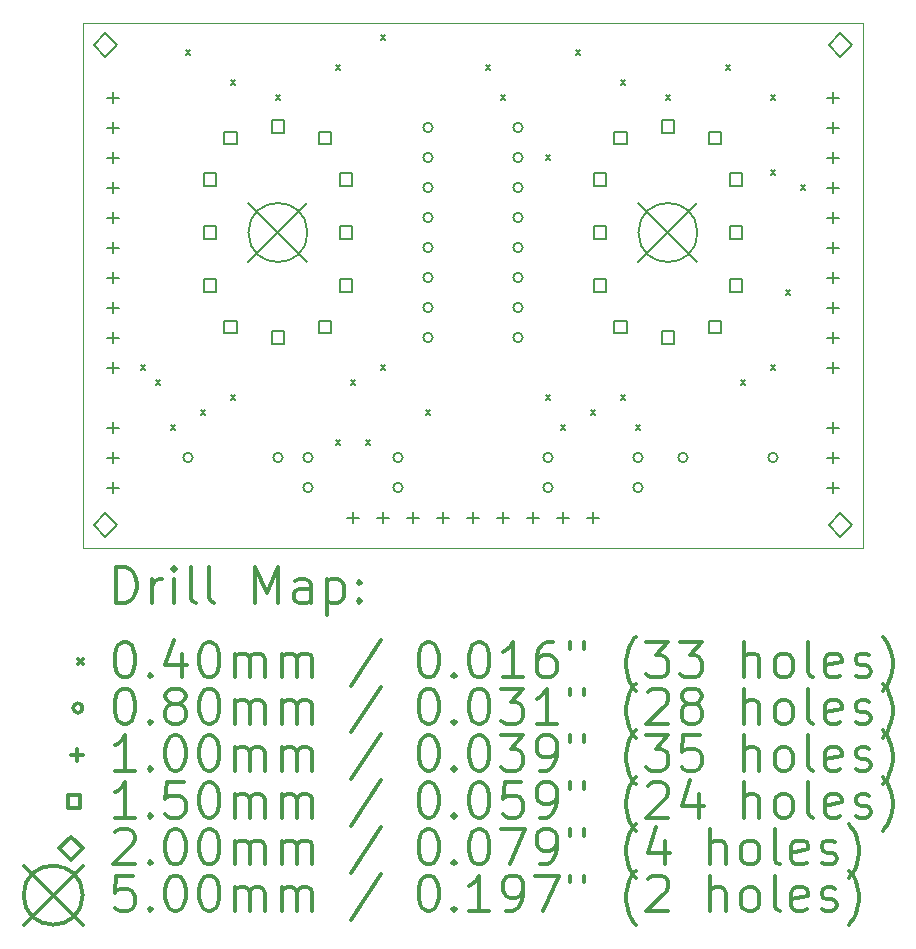
<source format=gbr>
%FSLAX45Y45*%
G04 Gerber Fmt 4.5, Leading zero omitted, Abs format (unit mm)*
G04 Created by KiCad (PCBNEW (5.1.6)-1) date 2021-12-10 20:44:59*
%MOMM*%
%LPD*%
G01*
G04 APERTURE LIST*
%TA.AperFunction,Profile*%
%ADD10C,0.050000*%
%TD*%
%ADD11C,0.200000*%
%ADD12C,0.300000*%
G04 APERTURE END LIST*
D10*
X8128000Y-7366000D02*
X8128000Y-2921000D01*
X14732000Y-7366000D02*
X8128000Y-7366000D01*
X14732000Y-2921000D02*
X14732000Y-7366000D01*
X8128000Y-2921000D02*
X14732000Y-2921000D01*
D11*
X8616000Y-5822000D02*
X8656000Y-5862000D01*
X8656000Y-5822000D02*
X8616000Y-5862000D01*
X8743000Y-5949000D02*
X8783000Y-5989000D01*
X8783000Y-5949000D02*
X8743000Y-5989000D01*
X8870000Y-6330000D02*
X8910000Y-6370000D01*
X8910000Y-6330000D02*
X8870000Y-6370000D01*
X8997000Y-3155000D02*
X9037000Y-3195000D01*
X9037000Y-3155000D02*
X8997000Y-3195000D01*
X9124000Y-6203000D02*
X9164000Y-6243000D01*
X9164000Y-6203000D02*
X9124000Y-6243000D01*
X9378000Y-3409000D02*
X9418000Y-3449000D01*
X9418000Y-3409000D02*
X9378000Y-3449000D01*
X9378000Y-6076000D02*
X9418000Y-6116000D01*
X9418000Y-6076000D02*
X9378000Y-6116000D01*
X9759000Y-3536000D02*
X9799000Y-3576000D01*
X9799000Y-3536000D02*
X9759000Y-3576000D01*
X10267000Y-3282000D02*
X10307000Y-3322000D01*
X10307000Y-3282000D02*
X10267000Y-3322000D01*
X10267000Y-6457000D02*
X10307000Y-6497000D01*
X10307000Y-6457000D02*
X10267000Y-6497000D01*
X10394000Y-5949000D02*
X10434000Y-5989000D01*
X10434000Y-5949000D02*
X10394000Y-5989000D01*
X10521000Y-6457000D02*
X10561000Y-6497000D01*
X10561000Y-6457000D02*
X10521000Y-6497000D01*
X10648000Y-3028000D02*
X10688000Y-3068000D01*
X10688000Y-3028000D02*
X10648000Y-3068000D01*
X10648000Y-5822000D02*
X10688000Y-5862000D01*
X10688000Y-5822000D02*
X10648000Y-5862000D01*
X11029000Y-6203000D02*
X11069000Y-6243000D01*
X11069000Y-6203000D02*
X11029000Y-6243000D01*
X11537000Y-3282000D02*
X11577000Y-3322000D01*
X11577000Y-3282000D02*
X11537000Y-3322000D01*
X11664000Y-3536000D02*
X11704000Y-3576000D01*
X11704000Y-3536000D02*
X11664000Y-3576000D01*
X12045000Y-4044000D02*
X12085000Y-4084000D01*
X12085000Y-4044000D02*
X12045000Y-4084000D01*
X12045000Y-6076000D02*
X12085000Y-6116000D01*
X12085000Y-6076000D02*
X12045000Y-6116000D01*
X12172000Y-6330000D02*
X12212000Y-6370000D01*
X12212000Y-6330000D02*
X12172000Y-6370000D01*
X12299000Y-3155000D02*
X12339000Y-3195000D01*
X12339000Y-3155000D02*
X12299000Y-3195000D01*
X12426000Y-6203000D02*
X12466000Y-6243000D01*
X12466000Y-6203000D02*
X12426000Y-6243000D01*
X12680000Y-3409000D02*
X12720000Y-3449000D01*
X12720000Y-3409000D02*
X12680000Y-3449000D01*
X12680000Y-6076000D02*
X12720000Y-6116000D01*
X12720000Y-6076000D02*
X12680000Y-6116000D01*
X12807000Y-6330000D02*
X12847000Y-6370000D01*
X12847000Y-6330000D02*
X12807000Y-6370000D01*
X13061000Y-3536000D02*
X13101000Y-3576000D01*
X13101000Y-3536000D02*
X13061000Y-3576000D01*
X13569000Y-3282000D02*
X13609000Y-3322000D01*
X13609000Y-3282000D02*
X13569000Y-3322000D01*
X13696000Y-5949000D02*
X13736000Y-5989000D01*
X13736000Y-5949000D02*
X13696000Y-5989000D01*
X13950000Y-3536000D02*
X13990000Y-3576000D01*
X13990000Y-3536000D02*
X13950000Y-3576000D01*
X13950000Y-4171000D02*
X13990000Y-4211000D01*
X13990000Y-4171000D02*
X13950000Y-4211000D01*
X13950000Y-5822000D02*
X13990000Y-5862000D01*
X13990000Y-5822000D02*
X13950000Y-5862000D01*
X14077000Y-5187000D02*
X14117000Y-5227000D01*
X14117000Y-5187000D02*
X14077000Y-5227000D01*
X14204000Y-4298000D02*
X14244000Y-4338000D01*
X14244000Y-4298000D02*
X14204000Y-4338000D01*
X11089000Y-3810000D02*
G75*
G03*
X11089000Y-3810000I-40000J0D01*
G01*
X11089000Y-4064000D02*
G75*
G03*
X11089000Y-4064000I-40000J0D01*
G01*
X11089000Y-4318000D02*
G75*
G03*
X11089000Y-4318000I-40000J0D01*
G01*
X11089000Y-4572000D02*
G75*
G03*
X11089000Y-4572000I-40000J0D01*
G01*
X11089000Y-4826000D02*
G75*
G03*
X11089000Y-4826000I-40000J0D01*
G01*
X11089000Y-5080000D02*
G75*
G03*
X11089000Y-5080000I-40000J0D01*
G01*
X11089000Y-5334000D02*
G75*
G03*
X11089000Y-5334000I-40000J0D01*
G01*
X11089000Y-5588000D02*
G75*
G03*
X11089000Y-5588000I-40000J0D01*
G01*
X11851000Y-3810000D02*
G75*
G03*
X11851000Y-3810000I-40000J0D01*
G01*
X11851000Y-4064000D02*
G75*
G03*
X11851000Y-4064000I-40000J0D01*
G01*
X11851000Y-4318000D02*
G75*
G03*
X11851000Y-4318000I-40000J0D01*
G01*
X11851000Y-4572000D02*
G75*
G03*
X11851000Y-4572000I-40000J0D01*
G01*
X11851000Y-4826000D02*
G75*
G03*
X11851000Y-4826000I-40000J0D01*
G01*
X11851000Y-5080000D02*
G75*
G03*
X11851000Y-5080000I-40000J0D01*
G01*
X11851000Y-5334000D02*
G75*
G03*
X11851000Y-5334000I-40000J0D01*
G01*
X11851000Y-5588000D02*
G75*
G03*
X11851000Y-5588000I-40000J0D01*
G01*
X9057000Y-6604000D02*
G75*
G03*
X9057000Y-6604000I-40000J0D01*
G01*
X9819000Y-6604000D02*
G75*
G03*
X9819000Y-6604000I-40000J0D01*
G01*
X12105000Y-6604000D02*
G75*
G03*
X12105000Y-6604000I-40000J0D01*
G01*
X12105000Y-6858000D02*
G75*
G03*
X12105000Y-6858000I-40000J0D01*
G01*
X12867000Y-6604000D02*
G75*
G03*
X12867000Y-6604000I-40000J0D01*
G01*
X12867000Y-6858000D02*
G75*
G03*
X12867000Y-6858000I-40000J0D01*
G01*
X13248000Y-6604000D02*
G75*
G03*
X13248000Y-6604000I-40000J0D01*
G01*
X14010000Y-6604000D02*
G75*
G03*
X14010000Y-6604000I-40000J0D01*
G01*
X10073000Y-6604000D02*
G75*
G03*
X10073000Y-6604000I-40000J0D01*
G01*
X10073000Y-6858000D02*
G75*
G03*
X10073000Y-6858000I-40000J0D01*
G01*
X10835000Y-6604000D02*
G75*
G03*
X10835000Y-6604000I-40000J0D01*
G01*
X10835000Y-6858000D02*
G75*
G03*
X10835000Y-6858000I-40000J0D01*
G01*
X8382000Y-6300000D02*
X8382000Y-6400000D01*
X8332000Y-6350000D02*
X8432000Y-6350000D01*
X8382000Y-6554000D02*
X8382000Y-6654000D01*
X8332000Y-6604000D02*
X8432000Y-6604000D01*
X8382000Y-6808000D02*
X8382000Y-6908000D01*
X8332000Y-6858000D02*
X8432000Y-6858000D01*
X14478000Y-3506000D02*
X14478000Y-3606000D01*
X14428000Y-3556000D02*
X14528000Y-3556000D01*
X14478000Y-3760000D02*
X14478000Y-3860000D01*
X14428000Y-3810000D02*
X14528000Y-3810000D01*
X14478000Y-4014000D02*
X14478000Y-4114000D01*
X14428000Y-4064000D02*
X14528000Y-4064000D01*
X14478000Y-4268000D02*
X14478000Y-4368000D01*
X14428000Y-4318000D02*
X14528000Y-4318000D01*
X14478000Y-4522000D02*
X14478000Y-4622000D01*
X14428000Y-4572000D02*
X14528000Y-4572000D01*
X14478000Y-4776000D02*
X14478000Y-4876000D01*
X14428000Y-4826000D02*
X14528000Y-4826000D01*
X14478000Y-5030000D02*
X14478000Y-5130000D01*
X14428000Y-5080000D02*
X14528000Y-5080000D01*
X14478000Y-5284000D02*
X14478000Y-5384000D01*
X14428000Y-5334000D02*
X14528000Y-5334000D01*
X14478000Y-5538000D02*
X14478000Y-5638000D01*
X14428000Y-5588000D02*
X14528000Y-5588000D01*
X14478000Y-5792000D02*
X14478000Y-5892000D01*
X14428000Y-5842000D02*
X14528000Y-5842000D01*
X8382000Y-3506000D02*
X8382000Y-3606000D01*
X8332000Y-3556000D02*
X8432000Y-3556000D01*
X8382000Y-3760000D02*
X8382000Y-3860000D01*
X8332000Y-3810000D02*
X8432000Y-3810000D01*
X8382000Y-4014000D02*
X8382000Y-4114000D01*
X8332000Y-4064000D02*
X8432000Y-4064000D01*
X8382000Y-4268000D02*
X8382000Y-4368000D01*
X8332000Y-4318000D02*
X8432000Y-4318000D01*
X8382000Y-4522000D02*
X8382000Y-4622000D01*
X8332000Y-4572000D02*
X8432000Y-4572000D01*
X8382000Y-4776000D02*
X8382000Y-4876000D01*
X8332000Y-4826000D02*
X8432000Y-4826000D01*
X8382000Y-5030000D02*
X8382000Y-5130000D01*
X8332000Y-5080000D02*
X8432000Y-5080000D01*
X8382000Y-5284000D02*
X8382000Y-5384000D01*
X8332000Y-5334000D02*
X8432000Y-5334000D01*
X8382000Y-5538000D02*
X8382000Y-5638000D01*
X8332000Y-5588000D02*
X8432000Y-5588000D01*
X8382000Y-5792000D02*
X8382000Y-5892000D01*
X8332000Y-5842000D02*
X8432000Y-5842000D01*
X14478000Y-6300000D02*
X14478000Y-6400000D01*
X14428000Y-6350000D02*
X14528000Y-6350000D01*
X14478000Y-6554000D02*
X14478000Y-6654000D01*
X14428000Y-6604000D02*
X14528000Y-6604000D01*
X14478000Y-6808000D02*
X14478000Y-6908000D01*
X14428000Y-6858000D02*
X14528000Y-6858000D01*
X10414000Y-7062000D02*
X10414000Y-7162000D01*
X10364000Y-7112000D02*
X10464000Y-7112000D01*
X10668000Y-7062000D02*
X10668000Y-7162000D01*
X10618000Y-7112000D02*
X10718000Y-7112000D01*
X10922000Y-7062000D02*
X10922000Y-7162000D01*
X10872000Y-7112000D02*
X10972000Y-7112000D01*
X11176000Y-7062000D02*
X11176000Y-7162000D01*
X11126000Y-7112000D02*
X11226000Y-7112000D01*
X11430000Y-7062000D02*
X11430000Y-7162000D01*
X11380000Y-7112000D02*
X11480000Y-7112000D01*
X11684000Y-7062000D02*
X11684000Y-7162000D01*
X11634000Y-7112000D02*
X11734000Y-7112000D01*
X11938000Y-7062000D02*
X11938000Y-7162000D01*
X11888000Y-7112000D02*
X11988000Y-7112000D01*
X12192000Y-7062000D02*
X12192000Y-7162000D01*
X12142000Y-7112000D02*
X12242000Y-7112000D01*
X12446000Y-7062000D02*
X12446000Y-7162000D01*
X12396000Y-7112000D02*
X12496000Y-7112000D01*
X12559033Y-4302034D02*
X12559033Y-4195967D01*
X12452966Y-4195967D01*
X12452966Y-4302034D01*
X12559033Y-4302034D01*
X12559033Y-4752034D02*
X12559033Y-4645967D01*
X12452966Y-4645967D01*
X12452966Y-4752034D01*
X12559033Y-4752034D01*
X12559033Y-5202034D02*
X12559033Y-5095967D01*
X12452966Y-5095967D01*
X12452966Y-5202034D01*
X12559033Y-5202034D01*
X12734033Y-3952033D02*
X12734033Y-3845966D01*
X12627966Y-3845966D01*
X12627966Y-3952033D01*
X12734033Y-3952033D01*
X12734033Y-5552034D02*
X12734033Y-5445967D01*
X12627966Y-5445967D01*
X12627966Y-5552034D01*
X12734033Y-5552034D01*
X13134033Y-3852033D02*
X13134033Y-3745966D01*
X13027966Y-3745966D01*
X13027966Y-3852033D01*
X13134033Y-3852033D01*
X13134033Y-5641033D02*
X13134033Y-5534967D01*
X13027966Y-5534967D01*
X13027966Y-5641033D01*
X13134033Y-5641033D01*
X13534033Y-3952033D02*
X13534033Y-3845966D01*
X13427966Y-3845966D01*
X13427966Y-3952033D01*
X13534033Y-3952033D01*
X13534033Y-5552034D02*
X13534033Y-5445967D01*
X13427966Y-5445967D01*
X13427966Y-5552034D01*
X13534033Y-5552034D01*
X13709033Y-4302034D02*
X13709033Y-4195967D01*
X13602966Y-4195967D01*
X13602966Y-4302034D01*
X13709033Y-4302034D01*
X13709033Y-4752034D02*
X13709033Y-4645967D01*
X13602966Y-4645967D01*
X13602966Y-4752034D01*
X13709033Y-4752034D01*
X13709033Y-5202034D02*
X13709033Y-5095967D01*
X13602966Y-5095967D01*
X13602966Y-5202034D01*
X13709033Y-5202034D01*
X9257034Y-4302034D02*
X9257034Y-4195967D01*
X9150967Y-4195967D01*
X9150967Y-4302034D01*
X9257034Y-4302034D01*
X9257034Y-4752034D02*
X9257034Y-4645967D01*
X9150967Y-4645967D01*
X9150967Y-4752034D01*
X9257034Y-4752034D01*
X9257034Y-5202034D02*
X9257034Y-5095967D01*
X9150967Y-5095967D01*
X9150967Y-5202034D01*
X9257034Y-5202034D01*
X9432034Y-3952033D02*
X9432034Y-3845966D01*
X9325967Y-3845966D01*
X9325967Y-3952033D01*
X9432034Y-3952033D01*
X9432034Y-5552034D02*
X9432034Y-5445967D01*
X9325967Y-5445967D01*
X9325967Y-5552034D01*
X9432034Y-5552034D01*
X9832034Y-3852033D02*
X9832034Y-3745966D01*
X9725967Y-3745966D01*
X9725967Y-3852033D01*
X9832034Y-3852033D01*
X9832034Y-5641033D02*
X9832034Y-5534967D01*
X9725967Y-5534967D01*
X9725967Y-5641033D01*
X9832034Y-5641033D01*
X10232034Y-3952033D02*
X10232034Y-3845966D01*
X10125967Y-3845966D01*
X10125967Y-3952033D01*
X10232034Y-3952033D01*
X10232034Y-5552034D02*
X10232034Y-5445967D01*
X10125967Y-5445967D01*
X10125967Y-5552034D01*
X10232034Y-5552034D01*
X10407034Y-4302034D02*
X10407034Y-4195967D01*
X10300967Y-4195967D01*
X10300967Y-4302034D01*
X10407034Y-4302034D01*
X10407034Y-4752034D02*
X10407034Y-4645967D01*
X10300967Y-4645967D01*
X10300967Y-4752034D01*
X10407034Y-4752034D01*
X10407034Y-5202034D02*
X10407034Y-5095967D01*
X10300967Y-5095967D01*
X10300967Y-5202034D01*
X10407034Y-5202034D01*
X8318500Y-3211500D02*
X8418500Y-3111500D01*
X8318500Y-3011500D01*
X8218500Y-3111500D01*
X8318500Y-3211500D01*
X14541500Y-3211500D02*
X14641500Y-3111500D01*
X14541500Y-3011500D01*
X14441500Y-3111500D01*
X14541500Y-3211500D01*
X8318500Y-7275500D02*
X8418500Y-7175500D01*
X8318500Y-7075500D01*
X8218500Y-7175500D01*
X8318500Y-7275500D01*
X14541500Y-7275500D02*
X14641500Y-7175500D01*
X14541500Y-7075500D01*
X14441500Y-7175500D01*
X14541500Y-7275500D01*
X12831000Y-4449000D02*
X13331000Y-4949000D01*
X13331000Y-4449000D02*
X12831000Y-4949000D01*
X13331000Y-4699000D02*
G75*
G03*
X13331000Y-4699000I-250000J0D01*
G01*
X9529000Y-4449000D02*
X10029000Y-4949000D01*
X10029000Y-4449000D02*
X9529000Y-4949000D01*
X10029000Y-4699000D02*
G75*
G03*
X10029000Y-4699000I-250000J0D01*
G01*
D12*
X8411928Y-7834214D02*
X8411928Y-7534214D01*
X8483357Y-7534214D01*
X8526214Y-7548500D01*
X8554786Y-7577071D01*
X8569071Y-7605643D01*
X8583357Y-7662786D01*
X8583357Y-7705643D01*
X8569071Y-7762786D01*
X8554786Y-7791357D01*
X8526214Y-7819929D01*
X8483357Y-7834214D01*
X8411928Y-7834214D01*
X8711928Y-7834214D02*
X8711928Y-7634214D01*
X8711928Y-7691357D02*
X8726214Y-7662786D01*
X8740500Y-7648500D01*
X8769071Y-7634214D01*
X8797643Y-7634214D01*
X8897643Y-7834214D02*
X8897643Y-7634214D01*
X8897643Y-7534214D02*
X8883357Y-7548500D01*
X8897643Y-7562786D01*
X8911928Y-7548500D01*
X8897643Y-7534214D01*
X8897643Y-7562786D01*
X9083357Y-7834214D02*
X9054786Y-7819929D01*
X9040500Y-7791357D01*
X9040500Y-7534214D01*
X9240500Y-7834214D02*
X9211928Y-7819929D01*
X9197643Y-7791357D01*
X9197643Y-7534214D01*
X9583357Y-7834214D02*
X9583357Y-7534214D01*
X9683357Y-7748500D01*
X9783357Y-7534214D01*
X9783357Y-7834214D01*
X10054786Y-7834214D02*
X10054786Y-7677071D01*
X10040500Y-7648500D01*
X10011928Y-7634214D01*
X9954786Y-7634214D01*
X9926214Y-7648500D01*
X10054786Y-7819929D02*
X10026214Y-7834214D01*
X9954786Y-7834214D01*
X9926214Y-7819929D01*
X9911928Y-7791357D01*
X9911928Y-7762786D01*
X9926214Y-7734214D01*
X9954786Y-7719929D01*
X10026214Y-7719929D01*
X10054786Y-7705643D01*
X10197643Y-7634214D02*
X10197643Y-7934214D01*
X10197643Y-7648500D02*
X10226214Y-7634214D01*
X10283357Y-7634214D01*
X10311928Y-7648500D01*
X10326214Y-7662786D01*
X10340500Y-7691357D01*
X10340500Y-7777071D01*
X10326214Y-7805643D01*
X10311928Y-7819929D01*
X10283357Y-7834214D01*
X10226214Y-7834214D01*
X10197643Y-7819929D01*
X10469071Y-7805643D02*
X10483357Y-7819929D01*
X10469071Y-7834214D01*
X10454786Y-7819929D01*
X10469071Y-7805643D01*
X10469071Y-7834214D01*
X10469071Y-7648500D02*
X10483357Y-7662786D01*
X10469071Y-7677071D01*
X10454786Y-7662786D01*
X10469071Y-7648500D01*
X10469071Y-7677071D01*
X8085500Y-8308500D02*
X8125500Y-8348500D01*
X8125500Y-8308500D02*
X8085500Y-8348500D01*
X8469071Y-8164214D02*
X8497643Y-8164214D01*
X8526214Y-8178500D01*
X8540500Y-8192786D01*
X8554786Y-8221357D01*
X8569071Y-8278500D01*
X8569071Y-8349929D01*
X8554786Y-8407072D01*
X8540500Y-8435643D01*
X8526214Y-8449929D01*
X8497643Y-8464214D01*
X8469071Y-8464214D01*
X8440500Y-8449929D01*
X8426214Y-8435643D01*
X8411928Y-8407072D01*
X8397643Y-8349929D01*
X8397643Y-8278500D01*
X8411928Y-8221357D01*
X8426214Y-8192786D01*
X8440500Y-8178500D01*
X8469071Y-8164214D01*
X8697643Y-8435643D02*
X8711928Y-8449929D01*
X8697643Y-8464214D01*
X8683357Y-8449929D01*
X8697643Y-8435643D01*
X8697643Y-8464214D01*
X8969071Y-8264214D02*
X8969071Y-8464214D01*
X8897643Y-8149929D02*
X8826214Y-8364214D01*
X9011928Y-8364214D01*
X9183357Y-8164214D02*
X9211928Y-8164214D01*
X9240500Y-8178500D01*
X9254786Y-8192786D01*
X9269071Y-8221357D01*
X9283357Y-8278500D01*
X9283357Y-8349929D01*
X9269071Y-8407072D01*
X9254786Y-8435643D01*
X9240500Y-8449929D01*
X9211928Y-8464214D01*
X9183357Y-8464214D01*
X9154786Y-8449929D01*
X9140500Y-8435643D01*
X9126214Y-8407072D01*
X9111928Y-8349929D01*
X9111928Y-8278500D01*
X9126214Y-8221357D01*
X9140500Y-8192786D01*
X9154786Y-8178500D01*
X9183357Y-8164214D01*
X9411928Y-8464214D02*
X9411928Y-8264214D01*
X9411928Y-8292786D02*
X9426214Y-8278500D01*
X9454786Y-8264214D01*
X9497643Y-8264214D01*
X9526214Y-8278500D01*
X9540500Y-8307071D01*
X9540500Y-8464214D01*
X9540500Y-8307071D02*
X9554786Y-8278500D01*
X9583357Y-8264214D01*
X9626214Y-8264214D01*
X9654786Y-8278500D01*
X9669071Y-8307071D01*
X9669071Y-8464214D01*
X9811928Y-8464214D02*
X9811928Y-8264214D01*
X9811928Y-8292786D02*
X9826214Y-8278500D01*
X9854786Y-8264214D01*
X9897643Y-8264214D01*
X9926214Y-8278500D01*
X9940500Y-8307071D01*
X9940500Y-8464214D01*
X9940500Y-8307071D02*
X9954786Y-8278500D01*
X9983357Y-8264214D01*
X10026214Y-8264214D01*
X10054786Y-8278500D01*
X10069071Y-8307071D01*
X10069071Y-8464214D01*
X10654786Y-8149929D02*
X10397643Y-8535643D01*
X11040500Y-8164214D02*
X11069071Y-8164214D01*
X11097643Y-8178500D01*
X11111928Y-8192786D01*
X11126214Y-8221357D01*
X11140500Y-8278500D01*
X11140500Y-8349929D01*
X11126214Y-8407072D01*
X11111928Y-8435643D01*
X11097643Y-8449929D01*
X11069071Y-8464214D01*
X11040500Y-8464214D01*
X11011928Y-8449929D01*
X10997643Y-8435643D01*
X10983357Y-8407072D01*
X10969071Y-8349929D01*
X10969071Y-8278500D01*
X10983357Y-8221357D01*
X10997643Y-8192786D01*
X11011928Y-8178500D01*
X11040500Y-8164214D01*
X11269071Y-8435643D02*
X11283357Y-8449929D01*
X11269071Y-8464214D01*
X11254786Y-8449929D01*
X11269071Y-8435643D01*
X11269071Y-8464214D01*
X11469071Y-8164214D02*
X11497643Y-8164214D01*
X11526214Y-8178500D01*
X11540500Y-8192786D01*
X11554786Y-8221357D01*
X11569071Y-8278500D01*
X11569071Y-8349929D01*
X11554786Y-8407072D01*
X11540500Y-8435643D01*
X11526214Y-8449929D01*
X11497643Y-8464214D01*
X11469071Y-8464214D01*
X11440500Y-8449929D01*
X11426214Y-8435643D01*
X11411928Y-8407072D01*
X11397643Y-8349929D01*
X11397643Y-8278500D01*
X11411928Y-8221357D01*
X11426214Y-8192786D01*
X11440500Y-8178500D01*
X11469071Y-8164214D01*
X11854786Y-8464214D02*
X11683357Y-8464214D01*
X11769071Y-8464214D02*
X11769071Y-8164214D01*
X11740500Y-8207071D01*
X11711928Y-8235643D01*
X11683357Y-8249929D01*
X12111928Y-8164214D02*
X12054786Y-8164214D01*
X12026214Y-8178500D01*
X12011928Y-8192786D01*
X11983357Y-8235643D01*
X11969071Y-8292786D01*
X11969071Y-8407072D01*
X11983357Y-8435643D01*
X11997643Y-8449929D01*
X12026214Y-8464214D01*
X12083357Y-8464214D01*
X12111928Y-8449929D01*
X12126214Y-8435643D01*
X12140500Y-8407072D01*
X12140500Y-8335643D01*
X12126214Y-8307071D01*
X12111928Y-8292786D01*
X12083357Y-8278500D01*
X12026214Y-8278500D01*
X11997643Y-8292786D01*
X11983357Y-8307071D01*
X11969071Y-8335643D01*
X12254786Y-8164214D02*
X12254786Y-8221357D01*
X12369071Y-8164214D02*
X12369071Y-8221357D01*
X12811928Y-8578500D02*
X12797643Y-8564214D01*
X12769071Y-8521357D01*
X12754786Y-8492786D01*
X12740500Y-8449929D01*
X12726214Y-8378500D01*
X12726214Y-8321357D01*
X12740500Y-8249929D01*
X12754786Y-8207071D01*
X12769071Y-8178500D01*
X12797643Y-8135643D01*
X12811928Y-8121357D01*
X12897643Y-8164214D02*
X13083357Y-8164214D01*
X12983357Y-8278500D01*
X13026214Y-8278500D01*
X13054786Y-8292786D01*
X13069071Y-8307071D01*
X13083357Y-8335643D01*
X13083357Y-8407072D01*
X13069071Y-8435643D01*
X13054786Y-8449929D01*
X13026214Y-8464214D01*
X12940500Y-8464214D01*
X12911928Y-8449929D01*
X12897643Y-8435643D01*
X13183357Y-8164214D02*
X13369071Y-8164214D01*
X13269071Y-8278500D01*
X13311928Y-8278500D01*
X13340500Y-8292786D01*
X13354786Y-8307071D01*
X13369071Y-8335643D01*
X13369071Y-8407072D01*
X13354786Y-8435643D01*
X13340500Y-8449929D01*
X13311928Y-8464214D01*
X13226214Y-8464214D01*
X13197643Y-8449929D01*
X13183357Y-8435643D01*
X13726214Y-8464214D02*
X13726214Y-8164214D01*
X13854786Y-8464214D02*
X13854786Y-8307071D01*
X13840500Y-8278500D01*
X13811928Y-8264214D01*
X13769071Y-8264214D01*
X13740500Y-8278500D01*
X13726214Y-8292786D01*
X14040500Y-8464214D02*
X14011928Y-8449929D01*
X13997643Y-8435643D01*
X13983357Y-8407072D01*
X13983357Y-8321357D01*
X13997643Y-8292786D01*
X14011928Y-8278500D01*
X14040500Y-8264214D01*
X14083357Y-8264214D01*
X14111928Y-8278500D01*
X14126214Y-8292786D01*
X14140500Y-8321357D01*
X14140500Y-8407072D01*
X14126214Y-8435643D01*
X14111928Y-8449929D01*
X14083357Y-8464214D01*
X14040500Y-8464214D01*
X14311928Y-8464214D02*
X14283357Y-8449929D01*
X14269071Y-8421357D01*
X14269071Y-8164214D01*
X14540500Y-8449929D02*
X14511928Y-8464214D01*
X14454786Y-8464214D01*
X14426214Y-8449929D01*
X14411928Y-8421357D01*
X14411928Y-8307071D01*
X14426214Y-8278500D01*
X14454786Y-8264214D01*
X14511928Y-8264214D01*
X14540500Y-8278500D01*
X14554786Y-8307071D01*
X14554786Y-8335643D01*
X14411928Y-8364214D01*
X14669071Y-8449929D02*
X14697643Y-8464214D01*
X14754786Y-8464214D01*
X14783357Y-8449929D01*
X14797643Y-8421357D01*
X14797643Y-8407072D01*
X14783357Y-8378500D01*
X14754786Y-8364214D01*
X14711928Y-8364214D01*
X14683357Y-8349929D01*
X14669071Y-8321357D01*
X14669071Y-8307071D01*
X14683357Y-8278500D01*
X14711928Y-8264214D01*
X14754786Y-8264214D01*
X14783357Y-8278500D01*
X14897643Y-8578500D02*
X14911928Y-8564214D01*
X14940500Y-8521357D01*
X14954786Y-8492786D01*
X14969071Y-8449929D01*
X14983357Y-8378500D01*
X14983357Y-8321357D01*
X14969071Y-8249929D01*
X14954786Y-8207071D01*
X14940500Y-8178500D01*
X14911928Y-8135643D01*
X14897643Y-8121357D01*
X8125500Y-8724500D02*
G75*
G03*
X8125500Y-8724500I-40000J0D01*
G01*
X8469071Y-8560214D02*
X8497643Y-8560214D01*
X8526214Y-8574500D01*
X8540500Y-8588786D01*
X8554786Y-8617357D01*
X8569071Y-8674500D01*
X8569071Y-8745929D01*
X8554786Y-8803072D01*
X8540500Y-8831643D01*
X8526214Y-8845929D01*
X8497643Y-8860214D01*
X8469071Y-8860214D01*
X8440500Y-8845929D01*
X8426214Y-8831643D01*
X8411928Y-8803072D01*
X8397643Y-8745929D01*
X8397643Y-8674500D01*
X8411928Y-8617357D01*
X8426214Y-8588786D01*
X8440500Y-8574500D01*
X8469071Y-8560214D01*
X8697643Y-8831643D02*
X8711928Y-8845929D01*
X8697643Y-8860214D01*
X8683357Y-8845929D01*
X8697643Y-8831643D01*
X8697643Y-8860214D01*
X8883357Y-8688786D02*
X8854786Y-8674500D01*
X8840500Y-8660214D01*
X8826214Y-8631643D01*
X8826214Y-8617357D01*
X8840500Y-8588786D01*
X8854786Y-8574500D01*
X8883357Y-8560214D01*
X8940500Y-8560214D01*
X8969071Y-8574500D01*
X8983357Y-8588786D01*
X8997643Y-8617357D01*
X8997643Y-8631643D01*
X8983357Y-8660214D01*
X8969071Y-8674500D01*
X8940500Y-8688786D01*
X8883357Y-8688786D01*
X8854786Y-8703072D01*
X8840500Y-8717357D01*
X8826214Y-8745929D01*
X8826214Y-8803072D01*
X8840500Y-8831643D01*
X8854786Y-8845929D01*
X8883357Y-8860214D01*
X8940500Y-8860214D01*
X8969071Y-8845929D01*
X8983357Y-8831643D01*
X8997643Y-8803072D01*
X8997643Y-8745929D01*
X8983357Y-8717357D01*
X8969071Y-8703072D01*
X8940500Y-8688786D01*
X9183357Y-8560214D02*
X9211928Y-8560214D01*
X9240500Y-8574500D01*
X9254786Y-8588786D01*
X9269071Y-8617357D01*
X9283357Y-8674500D01*
X9283357Y-8745929D01*
X9269071Y-8803072D01*
X9254786Y-8831643D01*
X9240500Y-8845929D01*
X9211928Y-8860214D01*
X9183357Y-8860214D01*
X9154786Y-8845929D01*
X9140500Y-8831643D01*
X9126214Y-8803072D01*
X9111928Y-8745929D01*
X9111928Y-8674500D01*
X9126214Y-8617357D01*
X9140500Y-8588786D01*
X9154786Y-8574500D01*
X9183357Y-8560214D01*
X9411928Y-8860214D02*
X9411928Y-8660214D01*
X9411928Y-8688786D02*
X9426214Y-8674500D01*
X9454786Y-8660214D01*
X9497643Y-8660214D01*
X9526214Y-8674500D01*
X9540500Y-8703072D01*
X9540500Y-8860214D01*
X9540500Y-8703072D02*
X9554786Y-8674500D01*
X9583357Y-8660214D01*
X9626214Y-8660214D01*
X9654786Y-8674500D01*
X9669071Y-8703072D01*
X9669071Y-8860214D01*
X9811928Y-8860214D02*
X9811928Y-8660214D01*
X9811928Y-8688786D02*
X9826214Y-8674500D01*
X9854786Y-8660214D01*
X9897643Y-8660214D01*
X9926214Y-8674500D01*
X9940500Y-8703072D01*
X9940500Y-8860214D01*
X9940500Y-8703072D02*
X9954786Y-8674500D01*
X9983357Y-8660214D01*
X10026214Y-8660214D01*
X10054786Y-8674500D01*
X10069071Y-8703072D01*
X10069071Y-8860214D01*
X10654786Y-8545929D02*
X10397643Y-8931643D01*
X11040500Y-8560214D02*
X11069071Y-8560214D01*
X11097643Y-8574500D01*
X11111928Y-8588786D01*
X11126214Y-8617357D01*
X11140500Y-8674500D01*
X11140500Y-8745929D01*
X11126214Y-8803072D01*
X11111928Y-8831643D01*
X11097643Y-8845929D01*
X11069071Y-8860214D01*
X11040500Y-8860214D01*
X11011928Y-8845929D01*
X10997643Y-8831643D01*
X10983357Y-8803072D01*
X10969071Y-8745929D01*
X10969071Y-8674500D01*
X10983357Y-8617357D01*
X10997643Y-8588786D01*
X11011928Y-8574500D01*
X11040500Y-8560214D01*
X11269071Y-8831643D02*
X11283357Y-8845929D01*
X11269071Y-8860214D01*
X11254786Y-8845929D01*
X11269071Y-8831643D01*
X11269071Y-8860214D01*
X11469071Y-8560214D02*
X11497643Y-8560214D01*
X11526214Y-8574500D01*
X11540500Y-8588786D01*
X11554786Y-8617357D01*
X11569071Y-8674500D01*
X11569071Y-8745929D01*
X11554786Y-8803072D01*
X11540500Y-8831643D01*
X11526214Y-8845929D01*
X11497643Y-8860214D01*
X11469071Y-8860214D01*
X11440500Y-8845929D01*
X11426214Y-8831643D01*
X11411928Y-8803072D01*
X11397643Y-8745929D01*
X11397643Y-8674500D01*
X11411928Y-8617357D01*
X11426214Y-8588786D01*
X11440500Y-8574500D01*
X11469071Y-8560214D01*
X11669071Y-8560214D02*
X11854786Y-8560214D01*
X11754786Y-8674500D01*
X11797643Y-8674500D01*
X11826214Y-8688786D01*
X11840500Y-8703072D01*
X11854786Y-8731643D01*
X11854786Y-8803072D01*
X11840500Y-8831643D01*
X11826214Y-8845929D01*
X11797643Y-8860214D01*
X11711928Y-8860214D01*
X11683357Y-8845929D01*
X11669071Y-8831643D01*
X12140500Y-8860214D02*
X11969071Y-8860214D01*
X12054786Y-8860214D02*
X12054786Y-8560214D01*
X12026214Y-8603072D01*
X11997643Y-8631643D01*
X11969071Y-8645929D01*
X12254786Y-8560214D02*
X12254786Y-8617357D01*
X12369071Y-8560214D02*
X12369071Y-8617357D01*
X12811928Y-8974500D02*
X12797643Y-8960214D01*
X12769071Y-8917357D01*
X12754786Y-8888786D01*
X12740500Y-8845929D01*
X12726214Y-8774500D01*
X12726214Y-8717357D01*
X12740500Y-8645929D01*
X12754786Y-8603072D01*
X12769071Y-8574500D01*
X12797643Y-8531643D01*
X12811928Y-8517357D01*
X12911928Y-8588786D02*
X12926214Y-8574500D01*
X12954786Y-8560214D01*
X13026214Y-8560214D01*
X13054786Y-8574500D01*
X13069071Y-8588786D01*
X13083357Y-8617357D01*
X13083357Y-8645929D01*
X13069071Y-8688786D01*
X12897643Y-8860214D01*
X13083357Y-8860214D01*
X13254786Y-8688786D02*
X13226214Y-8674500D01*
X13211928Y-8660214D01*
X13197643Y-8631643D01*
X13197643Y-8617357D01*
X13211928Y-8588786D01*
X13226214Y-8574500D01*
X13254786Y-8560214D01*
X13311928Y-8560214D01*
X13340500Y-8574500D01*
X13354786Y-8588786D01*
X13369071Y-8617357D01*
X13369071Y-8631643D01*
X13354786Y-8660214D01*
X13340500Y-8674500D01*
X13311928Y-8688786D01*
X13254786Y-8688786D01*
X13226214Y-8703072D01*
X13211928Y-8717357D01*
X13197643Y-8745929D01*
X13197643Y-8803072D01*
X13211928Y-8831643D01*
X13226214Y-8845929D01*
X13254786Y-8860214D01*
X13311928Y-8860214D01*
X13340500Y-8845929D01*
X13354786Y-8831643D01*
X13369071Y-8803072D01*
X13369071Y-8745929D01*
X13354786Y-8717357D01*
X13340500Y-8703072D01*
X13311928Y-8688786D01*
X13726214Y-8860214D02*
X13726214Y-8560214D01*
X13854786Y-8860214D02*
X13854786Y-8703072D01*
X13840500Y-8674500D01*
X13811928Y-8660214D01*
X13769071Y-8660214D01*
X13740500Y-8674500D01*
X13726214Y-8688786D01*
X14040500Y-8860214D02*
X14011928Y-8845929D01*
X13997643Y-8831643D01*
X13983357Y-8803072D01*
X13983357Y-8717357D01*
X13997643Y-8688786D01*
X14011928Y-8674500D01*
X14040500Y-8660214D01*
X14083357Y-8660214D01*
X14111928Y-8674500D01*
X14126214Y-8688786D01*
X14140500Y-8717357D01*
X14140500Y-8803072D01*
X14126214Y-8831643D01*
X14111928Y-8845929D01*
X14083357Y-8860214D01*
X14040500Y-8860214D01*
X14311928Y-8860214D02*
X14283357Y-8845929D01*
X14269071Y-8817357D01*
X14269071Y-8560214D01*
X14540500Y-8845929D02*
X14511928Y-8860214D01*
X14454786Y-8860214D01*
X14426214Y-8845929D01*
X14411928Y-8817357D01*
X14411928Y-8703072D01*
X14426214Y-8674500D01*
X14454786Y-8660214D01*
X14511928Y-8660214D01*
X14540500Y-8674500D01*
X14554786Y-8703072D01*
X14554786Y-8731643D01*
X14411928Y-8760214D01*
X14669071Y-8845929D02*
X14697643Y-8860214D01*
X14754786Y-8860214D01*
X14783357Y-8845929D01*
X14797643Y-8817357D01*
X14797643Y-8803072D01*
X14783357Y-8774500D01*
X14754786Y-8760214D01*
X14711928Y-8760214D01*
X14683357Y-8745929D01*
X14669071Y-8717357D01*
X14669071Y-8703072D01*
X14683357Y-8674500D01*
X14711928Y-8660214D01*
X14754786Y-8660214D01*
X14783357Y-8674500D01*
X14897643Y-8974500D02*
X14911928Y-8960214D01*
X14940500Y-8917357D01*
X14954786Y-8888786D01*
X14969071Y-8845929D01*
X14983357Y-8774500D01*
X14983357Y-8717357D01*
X14969071Y-8645929D01*
X14954786Y-8603072D01*
X14940500Y-8574500D01*
X14911928Y-8531643D01*
X14897643Y-8517357D01*
X8075500Y-9070500D02*
X8075500Y-9170500D01*
X8025500Y-9120500D02*
X8125500Y-9120500D01*
X8569071Y-9256214D02*
X8397643Y-9256214D01*
X8483357Y-9256214D02*
X8483357Y-8956214D01*
X8454786Y-8999072D01*
X8426214Y-9027643D01*
X8397643Y-9041929D01*
X8697643Y-9227643D02*
X8711928Y-9241929D01*
X8697643Y-9256214D01*
X8683357Y-9241929D01*
X8697643Y-9227643D01*
X8697643Y-9256214D01*
X8897643Y-8956214D02*
X8926214Y-8956214D01*
X8954786Y-8970500D01*
X8969071Y-8984786D01*
X8983357Y-9013357D01*
X8997643Y-9070500D01*
X8997643Y-9141929D01*
X8983357Y-9199072D01*
X8969071Y-9227643D01*
X8954786Y-9241929D01*
X8926214Y-9256214D01*
X8897643Y-9256214D01*
X8869071Y-9241929D01*
X8854786Y-9227643D01*
X8840500Y-9199072D01*
X8826214Y-9141929D01*
X8826214Y-9070500D01*
X8840500Y-9013357D01*
X8854786Y-8984786D01*
X8869071Y-8970500D01*
X8897643Y-8956214D01*
X9183357Y-8956214D02*
X9211928Y-8956214D01*
X9240500Y-8970500D01*
X9254786Y-8984786D01*
X9269071Y-9013357D01*
X9283357Y-9070500D01*
X9283357Y-9141929D01*
X9269071Y-9199072D01*
X9254786Y-9227643D01*
X9240500Y-9241929D01*
X9211928Y-9256214D01*
X9183357Y-9256214D01*
X9154786Y-9241929D01*
X9140500Y-9227643D01*
X9126214Y-9199072D01*
X9111928Y-9141929D01*
X9111928Y-9070500D01*
X9126214Y-9013357D01*
X9140500Y-8984786D01*
X9154786Y-8970500D01*
X9183357Y-8956214D01*
X9411928Y-9256214D02*
X9411928Y-9056214D01*
X9411928Y-9084786D02*
X9426214Y-9070500D01*
X9454786Y-9056214D01*
X9497643Y-9056214D01*
X9526214Y-9070500D01*
X9540500Y-9099072D01*
X9540500Y-9256214D01*
X9540500Y-9099072D02*
X9554786Y-9070500D01*
X9583357Y-9056214D01*
X9626214Y-9056214D01*
X9654786Y-9070500D01*
X9669071Y-9099072D01*
X9669071Y-9256214D01*
X9811928Y-9256214D02*
X9811928Y-9056214D01*
X9811928Y-9084786D02*
X9826214Y-9070500D01*
X9854786Y-9056214D01*
X9897643Y-9056214D01*
X9926214Y-9070500D01*
X9940500Y-9099072D01*
X9940500Y-9256214D01*
X9940500Y-9099072D02*
X9954786Y-9070500D01*
X9983357Y-9056214D01*
X10026214Y-9056214D01*
X10054786Y-9070500D01*
X10069071Y-9099072D01*
X10069071Y-9256214D01*
X10654786Y-8941929D02*
X10397643Y-9327643D01*
X11040500Y-8956214D02*
X11069071Y-8956214D01*
X11097643Y-8970500D01*
X11111928Y-8984786D01*
X11126214Y-9013357D01*
X11140500Y-9070500D01*
X11140500Y-9141929D01*
X11126214Y-9199072D01*
X11111928Y-9227643D01*
X11097643Y-9241929D01*
X11069071Y-9256214D01*
X11040500Y-9256214D01*
X11011928Y-9241929D01*
X10997643Y-9227643D01*
X10983357Y-9199072D01*
X10969071Y-9141929D01*
X10969071Y-9070500D01*
X10983357Y-9013357D01*
X10997643Y-8984786D01*
X11011928Y-8970500D01*
X11040500Y-8956214D01*
X11269071Y-9227643D02*
X11283357Y-9241929D01*
X11269071Y-9256214D01*
X11254786Y-9241929D01*
X11269071Y-9227643D01*
X11269071Y-9256214D01*
X11469071Y-8956214D02*
X11497643Y-8956214D01*
X11526214Y-8970500D01*
X11540500Y-8984786D01*
X11554786Y-9013357D01*
X11569071Y-9070500D01*
X11569071Y-9141929D01*
X11554786Y-9199072D01*
X11540500Y-9227643D01*
X11526214Y-9241929D01*
X11497643Y-9256214D01*
X11469071Y-9256214D01*
X11440500Y-9241929D01*
X11426214Y-9227643D01*
X11411928Y-9199072D01*
X11397643Y-9141929D01*
X11397643Y-9070500D01*
X11411928Y-9013357D01*
X11426214Y-8984786D01*
X11440500Y-8970500D01*
X11469071Y-8956214D01*
X11669071Y-8956214D02*
X11854786Y-8956214D01*
X11754786Y-9070500D01*
X11797643Y-9070500D01*
X11826214Y-9084786D01*
X11840500Y-9099072D01*
X11854786Y-9127643D01*
X11854786Y-9199072D01*
X11840500Y-9227643D01*
X11826214Y-9241929D01*
X11797643Y-9256214D01*
X11711928Y-9256214D01*
X11683357Y-9241929D01*
X11669071Y-9227643D01*
X11997643Y-9256214D02*
X12054786Y-9256214D01*
X12083357Y-9241929D01*
X12097643Y-9227643D01*
X12126214Y-9184786D01*
X12140500Y-9127643D01*
X12140500Y-9013357D01*
X12126214Y-8984786D01*
X12111928Y-8970500D01*
X12083357Y-8956214D01*
X12026214Y-8956214D01*
X11997643Y-8970500D01*
X11983357Y-8984786D01*
X11969071Y-9013357D01*
X11969071Y-9084786D01*
X11983357Y-9113357D01*
X11997643Y-9127643D01*
X12026214Y-9141929D01*
X12083357Y-9141929D01*
X12111928Y-9127643D01*
X12126214Y-9113357D01*
X12140500Y-9084786D01*
X12254786Y-8956214D02*
X12254786Y-9013357D01*
X12369071Y-8956214D02*
X12369071Y-9013357D01*
X12811928Y-9370500D02*
X12797643Y-9356214D01*
X12769071Y-9313357D01*
X12754786Y-9284786D01*
X12740500Y-9241929D01*
X12726214Y-9170500D01*
X12726214Y-9113357D01*
X12740500Y-9041929D01*
X12754786Y-8999072D01*
X12769071Y-8970500D01*
X12797643Y-8927643D01*
X12811928Y-8913357D01*
X12897643Y-8956214D02*
X13083357Y-8956214D01*
X12983357Y-9070500D01*
X13026214Y-9070500D01*
X13054786Y-9084786D01*
X13069071Y-9099072D01*
X13083357Y-9127643D01*
X13083357Y-9199072D01*
X13069071Y-9227643D01*
X13054786Y-9241929D01*
X13026214Y-9256214D01*
X12940500Y-9256214D01*
X12911928Y-9241929D01*
X12897643Y-9227643D01*
X13354786Y-8956214D02*
X13211928Y-8956214D01*
X13197643Y-9099072D01*
X13211928Y-9084786D01*
X13240500Y-9070500D01*
X13311928Y-9070500D01*
X13340500Y-9084786D01*
X13354786Y-9099072D01*
X13369071Y-9127643D01*
X13369071Y-9199072D01*
X13354786Y-9227643D01*
X13340500Y-9241929D01*
X13311928Y-9256214D01*
X13240500Y-9256214D01*
X13211928Y-9241929D01*
X13197643Y-9227643D01*
X13726214Y-9256214D02*
X13726214Y-8956214D01*
X13854786Y-9256214D02*
X13854786Y-9099072D01*
X13840500Y-9070500D01*
X13811928Y-9056214D01*
X13769071Y-9056214D01*
X13740500Y-9070500D01*
X13726214Y-9084786D01*
X14040500Y-9256214D02*
X14011928Y-9241929D01*
X13997643Y-9227643D01*
X13983357Y-9199072D01*
X13983357Y-9113357D01*
X13997643Y-9084786D01*
X14011928Y-9070500D01*
X14040500Y-9056214D01*
X14083357Y-9056214D01*
X14111928Y-9070500D01*
X14126214Y-9084786D01*
X14140500Y-9113357D01*
X14140500Y-9199072D01*
X14126214Y-9227643D01*
X14111928Y-9241929D01*
X14083357Y-9256214D01*
X14040500Y-9256214D01*
X14311928Y-9256214D02*
X14283357Y-9241929D01*
X14269071Y-9213357D01*
X14269071Y-8956214D01*
X14540500Y-9241929D02*
X14511928Y-9256214D01*
X14454786Y-9256214D01*
X14426214Y-9241929D01*
X14411928Y-9213357D01*
X14411928Y-9099072D01*
X14426214Y-9070500D01*
X14454786Y-9056214D01*
X14511928Y-9056214D01*
X14540500Y-9070500D01*
X14554786Y-9099072D01*
X14554786Y-9127643D01*
X14411928Y-9156214D01*
X14669071Y-9241929D02*
X14697643Y-9256214D01*
X14754786Y-9256214D01*
X14783357Y-9241929D01*
X14797643Y-9213357D01*
X14797643Y-9199072D01*
X14783357Y-9170500D01*
X14754786Y-9156214D01*
X14711928Y-9156214D01*
X14683357Y-9141929D01*
X14669071Y-9113357D01*
X14669071Y-9099072D01*
X14683357Y-9070500D01*
X14711928Y-9056214D01*
X14754786Y-9056214D01*
X14783357Y-9070500D01*
X14897643Y-9370500D02*
X14911928Y-9356214D01*
X14940500Y-9313357D01*
X14954786Y-9284786D01*
X14969071Y-9241929D01*
X14983357Y-9170500D01*
X14983357Y-9113357D01*
X14969071Y-9041929D01*
X14954786Y-8999072D01*
X14940500Y-8970500D01*
X14911928Y-8927643D01*
X14897643Y-8913357D01*
X8103533Y-9569534D02*
X8103533Y-9463467D01*
X7997466Y-9463467D01*
X7997466Y-9569534D01*
X8103533Y-9569534D01*
X8569071Y-9652214D02*
X8397643Y-9652214D01*
X8483357Y-9652214D02*
X8483357Y-9352214D01*
X8454786Y-9395072D01*
X8426214Y-9423643D01*
X8397643Y-9437929D01*
X8697643Y-9623643D02*
X8711928Y-9637929D01*
X8697643Y-9652214D01*
X8683357Y-9637929D01*
X8697643Y-9623643D01*
X8697643Y-9652214D01*
X8983357Y-9352214D02*
X8840500Y-9352214D01*
X8826214Y-9495072D01*
X8840500Y-9480786D01*
X8869071Y-9466500D01*
X8940500Y-9466500D01*
X8969071Y-9480786D01*
X8983357Y-9495072D01*
X8997643Y-9523643D01*
X8997643Y-9595072D01*
X8983357Y-9623643D01*
X8969071Y-9637929D01*
X8940500Y-9652214D01*
X8869071Y-9652214D01*
X8840500Y-9637929D01*
X8826214Y-9623643D01*
X9183357Y-9352214D02*
X9211928Y-9352214D01*
X9240500Y-9366500D01*
X9254786Y-9380786D01*
X9269071Y-9409357D01*
X9283357Y-9466500D01*
X9283357Y-9537929D01*
X9269071Y-9595072D01*
X9254786Y-9623643D01*
X9240500Y-9637929D01*
X9211928Y-9652214D01*
X9183357Y-9652214D01*
X9154786Y-9637929D01*
X9140500Y-9623643D01*
X9126214Y-9595072D01*
X9111928Y-9537929D01*
X9111928Y-9466500D01*
X9126214Y-9409357D01*
X9140500Y-9380786D01*
X9154786Y-9366500D01*
X9183357Y-9352214D01*
X9411928Y-9652214D02*
X9411928Y-9452214D01*
X9411928Y-9480786D02*
X9426214Y-9466500D01*
X9454786Y-9452214D01*
X9497643Y-9452214D01*
X9526214Y-9466500D01*
X9540500Y-9495072D01*
X9540500Y-9652214D01*
X9540500Y-9495072D02*
X9554786Y-9466500D01*
X9583357Y-9452214D01*
X9626214Y-9452214D01*
X9654786Y-9466500D01*
X9669071Y-9495072D01*
X9669071Y-9652214D01*
X9811928Y-9652214D02*
X9811928Y-9452214D01*
X9811928Y-9480786D02*
X9826214Y-9466500D01*
X9854786Y-9452214D01*
X9897643Y-9452214D01*
X9926214Y-9466500D01*
X9940500Y-9495072D01*
X9940500Y-9652214D01*
X9940500Y-9495072D02*
X9954786Y-9466500D01*
X9983357Y-9452214D01*
X10026214Y-9452214D01*
X10054786Y-9466500D01*
X10069071Y-9495072D01*
X10069071Y-9652214D01*
X10654786Y-9337929D02*
X10397643Y-9723643D01*
X11040500Y-9352214D02*
X11069071Y-9352214D01*
X11097643Y-9366500D01*
X11111928Y-9380786D01*
X11126214Y-9409357D01*
X11140500Y-9466500D01*
X11140500Y-9537929D01*
X11126214Y-9595072D01*
X11111928Y-9623643D01*
X11097643Y-9637929D01*
X11069071Y-9652214D01*
X11040500Y-9652214D01*
X11011928Y-9637929D01*
X10997643Y-9623643D01*
X10983357Y-9595072D01*
X10969071Y-9537929D01*
X10969071Y-9466500D01*
X10983357Y-9409357D01*
X10997643Y-9380786D01*
X11011928Y-9366500D01*
X11040500Y-9352214D01*
X11269071Y-9623643D02*
X11283357Y-9637929D01*
X11269071Y-9652214D01*
X11254786Y-9637929D01*
X11269071Y-9623643D01*
X11269071Y-9652214D01*
X11469071Y-9352214D02*
X11497643Y-9352214D01*
X11526214Y-9366500D01*
X11540500Y-9380786D01*
X11554786Y-9409357D01*
X11569071Y-9466500D01*
X11569071Y-9537929D01*
X11554786Y-9595072D01*
X11540500Y-9623643D01*
X11526214Y-9637929D01*
X11497643Y-9652214D01*
X11469071Y-9652214D01*
X11440500Y-9637929D01*
X11426214Y-9623643D01*
X11411928Y-9595072D01*
X11397643Y-9537929D01*
X11397643Y-9466500D01*
X11411928Y-9409357D01*
X11426214Y-9380786D01*
X11440500Y-9366500D01*
X11469071Y-9352214D01*
X11840500Y-9352214D02*
X11697643Y-9352214D01*
X11683357Y-9495072D01*
X11697643Y-9480786D01*
X11726214Y-9466500D01*
X11797643Y-9466500D01*
X11826214Y-9480786D01*
X11840500Y-9495072D01*
X11854786Y-9523643D01*
X11854786Y-9595072D01*
X11840500Y-9623643D01*
X11826214Y-9637929D01*
X11797643Y-9652214D01*
X11726214Y-9652214D01*
X11697643Y-9637929D01*
X11683357Y-9623643D01*
X11997643Y-9652214D02*
X12054786Y-9652214D01*
X12083357Y-9637929D01*
X12097643Y-9623643D01*
X12126214Y-9580786D01*
X12140500Y-9523643D01*
X12140500Y-9409357D01*
X12126214Y-9380786D01*
X12111928Y-9366500D01*
X12083357Y-9352214D01*
X12026214Y-9352214D01*
X11997643Y-9366500D01*
X11983357Y-9380786D01*
X11969071Y-9409357D01*
X11969071Y-9480786D01*
X11983357Y-9509357D01*
X11997643Y-9523643D01*
X12026214Y-9537929D01*
X12083357Y-9537929D01*
X12111928Y-9523643D01*
X12126214Y-9509357D01*
X12140500Y-9480786D01*
X12254786Y-9352214D02*
X12254786Y-9409357D01*
X12369071Y-9352214D02*
X12369071Y-9409357D01*
X12811928Y-9766500D02*
X12797643Y-9752214D01*
X12769071Y-9709357D01*
X12754786Y-9680786D01*
X12740500Y-9637929D01*
X12726214Y-9566500D01*
X12726214Y-9509357D01*
X12740500Y-9437929D01*
X12754786Y-9395072D01*
X12769071Y-9366500D01*
X12797643Y-9323643D01*
X12811928Y-9309357D01*
X12911928Y-9380786D02*
X12926214Y-9366500D01*
X12954786Y-9352214D01*
X13026214Y-9352214D01*
X13054786Y-9366500D01*
X13069071Y-9380786D01*
X13083357Y-9409357D01*
X13083357Y-9437929D01*
X13069071Y-9480786D01*
X12897643Y-9652214D01*
X13083357Y-9652214D01*
X13340500Y-9452214D02*
X13340500Y-9652214D01*
X13269071Y-9337929D02*
X13197643Y-9552214D01*
X13383357Y-9552214D01*
X13726214Y-9652214D02*
X13726214Y-9352214D01*
X13854786Y-9652214D02*
X13854786Y-9495072D01*
X13840500Y-9466500D01*
X13811928Y-9452214D01*
X13769071Y-9452214D01*
X13740500Y-9466500D01*
X13726214Y-9480786D01*
X14040500Y-9652214D02*
X14011928Y-9637929D01*
X13997643Y-9623643D01*
X13983357Y-9595072D01*
X13983357Y-9509357D01*
X13997643Y-9480786D01*
X14011928Y-9466500D01*
X14040500Y-9452214D01*
X14083357Y-9452214D01*
X14111928Y-9466500D01*
X14126214Y-9480786D01*
X14140500Y-9509357D01*
X14140500Y-9595072D01*
X14126214Y-9623643D01*
X14111928Y-9637929D01*
X14083357Y-9652214D01*
X14040500Y-9652214D01*
X14311928Y-9652214D02*
X14283357Y-9637929D01*
X14269071Y-9609357D01*
X14269071Y-9352214D01*
X14540500Y-9637929D02*
X14511928Y-9652214D01*
X14454786Y-9652214D01*
X14426214Y-9637929D01*
X14411928Y-9609357D01*
X14411928Y-9495072D01*
X14426214Y-9466500D01*
X14454786Y-9452214D01*
X14511928Y-9452214D01*
X14540500Y-9466500D01*
X14554786Y-9495072D01*
X14554786Y-9523643D01*
X14411928Y-9552214D01*
X14669071Y-9637929D02*
X14697643Y-9652214D01*
X14754786Y-9652214D01*
X14783357Y-9637929D01*
X14797643Y-9609357D01*
X14797643Y-9595072D01*
X14783357Y-9566500D01*
X14754786Y-9552214D01*
X14711928Y-9552214D01*
X14683357Y-9537929D01*
X14669071Y-9509357D01*
X14669071Y-9495072D01*
X14683357Y-9466500D01*
X14711928Y-9452214D01*
X14754786Y-9452214D01*
X14783357Y-9466500D01*
X14897643Y-9766500D02*
X14911928Y-9752214D01*
X14940500Y-9709357D01*
X14954786Y-9680786D01*
X14969071Y-9637929D01*
X14983357Y-9566500D01*
X14983357Y-9509357D01*
X14969071Y-9437929D01*
X14954786Y-9395072D01*
X14940500Y-9366500D01*
X14911928Y-9323643D01*
X14897643Y-9309357D01*
X8025500Y-10012500D02*
X8125500Y-9912500D01*
X8025500Y-9812500D01*
X7925500Y-9912500D01*
X8025500Y-10012500D01*
X8397643Y-9776786D02*
X8411928Y-9762500D01*
X8440500Y-9748214D01*
X8511928Y-9748214D01*
X8540500Y-9762500D01*
X8554786Y-9776786D01*
X8569071Y-9805357D01*
X8569071Y-9833929D01*
X8554786Y-9876786D01*
X8383357Y-10048214D01*
X8569071Y-10048214D01*
X8697643Y-10019643D02*
X8711928Y-10033929D01*
X8697643Y-10048214D01*
X8683357Y-10033929D01*
X8697643Y-10019643D01*
X8697643Y-10048214D01*
X8897643Y-9748214D02*
X8926214Y-9748214D01*
X8954786Y-9762500D01*
X8969071Y-9776786D01*
X8983357Y-9805357D01*
X8997643Y-9862500D01*
X8997643Y-9933929D01*
X8983357Y-9991072D01*
X8969071Y-10019643D01*
X8954786Y-10033929D01*
X8926214Y-10048214D01*
X8897643Y-10048214D01*
X8869071Y-10033929D01*
X8854786Y-10019643D01*
X8840500Y-9991072D01*
X8826214Y-9933929D01*
X8826214Y-9862500D01*
X8840500Y-9805357D01*
X8854786Y-9776786D01*
X8869071Y-9762500D01*
X8897643Y-9748214D01*
X9183357Y-9748214D02*
X9211928Y-9748214D01*
X9240500Y-9762500D01*
X9254786Y-9776786D01*
X9269071Y-9805357D01*
X9283357Y-9862500D01*
X9283357Y-9933929D01*
X9269071Y-9991072D01*
X9254786Y-10019643D01*
X9240500Y-10033929D01*
X9211928Y-10048214D01*
X9183357Y-10048214D01*
X9154786Y-10033929D01*
X9140500Y-10019643D01*
X9126214Y-9991072D01*
X9111928Y-9933929D01*
X9111928Y-9862500D01*
X9126214Y-9805357D01*
X9140500Y-9776786D01*
X9154786Y-9762500D01*
X9183357Y-9748214D01*
X9411928Y-10048214D02*
X9411928Y-9848214D01*
X9411928Y-9876786D02*
X9426214Y-9862500D01*
X9454786Y-9848214D01*
X9497643Y-9848214D01*
X9526214Y-9862500D01*
X9540500Y-9891072D01*
X9540500Y-10048214D01*
X9540500Y-9891072D02*
X9554786Y-9862500D01*
X9583357Y-9848214D01*
X9626214Y-9848214D01*
X9654786Y-9862500D01*
X9669071Y-9891072D01*
X9669071Y-10048214D01*
X9811928Y-10048214D02*
X9811928Y-9848214D01*
X9811928Y-9876786D02*
X9826214Y-9862500D01*
X9854786Y-9848214D01*
X9897643Y-9848214D01*
X9926214Y-9862500D01*
X9940500Y-9891072D01*
X9940500Y-10048214D01*
X9940500Y-9891072D02*
X9954786Y-9862500D01*
X9983357Y-9848214D01*
X10026214Y-9848214D01*
X10054786Y-9862500D01*
X10069071Y-9891072D01*
X10069071Y-10048214D01*
X10654786Y-9733929D02*
X10397643Y-10119643D01*
X11040500Y-9748214D02*
X11069071Y-9748214D01*
X11097643Y-9762500D01*
X11111928Y-9776786D01*
X11126214Y-9805357D01*
X11140500Y-9862500D01*
X11140500Y-9933929D01*
X11126214Y-9991072D01*
X11111928Y-10019643D01*
X11097643Y-10033929D01*
X11069071Y-10048214D01*
X11040500Y-10048214D01*
X11011928Y-10033929D01*
X10997643Y-10019643D01*
X10983357Y-9991072D01*
X10969071Y-9933929D01*
X10969071Y-9862500D01*
X10983357Y-9805357D01*
X10997643Y-9776786D01*
X11011928Y-9762500D01*
X11040500Y-9748214D01*
X11269071Y-10019643D02*
X11283357Y-10033929D01*
X11269071Y-10048214D01*
X11254786Y-10033929D01*
X11269071Y-10019643D01*
X11269071Y-10048214D01*
X11469071Y-9748214D02*
X11497643Y-9748214D01*
X11526214Y-9762500D01*
X11540500Y-9776786D01*
X11554786Y-9805357D01*
X11569071Y-9862500D01*
X11569071Y-9933929D01*
X11554786Y-9991072D01*
X11540500Y-10019643D01*
X11526214Y-10033929D01*
X11497643Y-10048214D01*
X11469071Y-10048214D01*
X11440500Y-10033929D01*
X11426214Y-10019643D01*
X11411928Y-9991072D01*
X11397643Y-9933929D01*
X11397643Y-9862500D01*
X11411928Y-9805357D01*
X11426214Y-9776786D01*
X11440500Y-9762500D01*
X11469071Y-9748214D01*
X11669071Y-9748214D02*
X11869071Y-9748214D01*
X11740500Y-10048214D01*
X11997643Y-10048214D02*
X12054786Y-10048214D01*
X12083357Y-10033929D01*
X12097643Y-10019643D01*
X12126214Y-9976786D01*
X12140500Y-9919643D01*
X12140500Y-9805357D01*
X12126214Y-9776786D01*
X12111928Y-9762500D01*
X12083357Y-9748214D01*
X12026214Y-9748214D01*
X11997643Y-9762500D01*
X11983357Y-9776786D01*
X11969071Y-9805357D01*
X11969071Y-9876786D01*
X11983357Y-9905357D01*
X11997643Y-9919643D01*
X12026214Y-9933929D01*
X12083357Y-9933929D01*
X12111928Y-9919643D01*
X12126214Y-9905357D01*
X12140500Y-9876786D01*
X12254786Y-9748214D02*
X12254786Y-9805357D01*
X12369071Y-9748214D02*
X12369071Y-9805357D01*
X12811928Y-10162500D02*
X12797643Y-10148214D01*
X12769071Y-10105357D01*
X12754786Y-10076786D01*
X12740500Y-10033929D01*
X12726214Y-9962500D01*
X12726214Y-9905357D01*
X12740500Y-9833929D01*
X12754786Y-9791072D01*
X12769071Y-9762500D01*
X12797643Y-9719643D01*
X12811928Y-9705357D01*
X13054786Y-9848214D02*
X13054786Y-10048214D01*
X12983357Y-9733929D02*
X12911928Y-9948214D01*
X13097643Y-9948214D01*
X13440500Y-10048214D02*
X13440500Y-9748214D01*
X13569071Y-10048214D02*
X13569071Y-9891072D01*
X13554786Y-9862500D01*
X13526214Y-9848214D01*
X13483357Y-9848214D01*
X13454786Y-9862500D01*
X13440500Y-9876786D01*
X13754786Y-10048214D02*
X13726214Y-10033929D01*
X13711928Y-10019643D01*
X13697643Y-9991072D01*
X13697643Y-9905357D01*
X13711928Y-9876786D01*
X13726214Y-9862500D01*
X13754786Y-9848214D01*
X13797643Y-9848214D01*
X13826214Y-9862500D01*
X13840500Y-9876786D01*
X13854786Y-9905357D01*
X13854786Y-9991072D01*
X13840500Y-10019643D01*
X13826214Y-10033929D01*
X13797643Y-10048214D01*
X13754786Y-10048214D01*
X14026214Y-10048214D02*
X13997643Y-10033929D01*
X13983357Y-10005357D01*
X13983357Y-9748214D01*
X14254786Y-10033929D02*
X14226214Y-10048214D01*
X14169071Y-10048214D01*
X14140500Y-10033929D01*
X14126214Y-10005357D01*
X14126214Y-9891072D01*
X14140500Y-9862500D01*
X14169071Y-9848214D01*
X14226214Y-9848214D01*
X14254786Y-9862500D01*
X14269071Y-9891072D01*
X14269071Y-9919643D01*
X14126214Y-9948214D01*
X14383357Y-10033929D02*
X14411928Y-10048214D01*
X14469071Y-10048214D01*
X14497643Y-10033929D01*
X14511928Y-10005357D01*
X14511928Y-9991072D01*
X14497643Y-9962500D01*
X14469071Y-9948214D01*
X14426214Y-9948214D01*
X14397643Y-9933929D01*
X14383357Y-9905357D01*
X14383357Y-9891072D01*
X14397643Y-9862500D01*
X14426214Y-9848214D01*
X14469071Y-9848214D01*
X14497643Y-9862500D01*
X14611928Y-10162500D02*
X14626214Y-10148214D01*
X14654786Y-10105357D01*
X14669071Y-10076786D01*
X14683357Y-10033929D01*
X14697643Y-9962500D01*
X14697643Y-9905357D01*
X14683357Y-9833929D01*
X14669071Y-9791072D01*
X14654786Y-9762500D01*
X14626214Y-9719643D01*
X14611928Y-9705357D01*
X7625500Y-10058500D02*
X8125500Y-10558500D01*
X8125500Y-10058500D02*
X7625500Y-10558500D01*
X8125500Y-10308500D02*
G75*
G03*
X8125500Y-10308500I-250000J0D01*
G01*
X8554786Y-10144214D02*
X8411928Y-10144214D01*
X8397643Y-10287072D01*
X8411928Y-10272786D01*
X8440500Y-10258500D01*
X8511928Y-10258500D01*
X8540500Y-10272786D01*
X8554786Y-10287072D01*
X8569071Y-10315643D01*
X8569071Y-10387072D01*
X8554786Y-10415643D01*
X8540500Y-10429929D01*
X8511928Y-10444214D01*
X8440500Y-10444214D01*
X8411928Y-10429929D01*
X8397643Y-10415643D01*
X8697643Y-10415643D02*
X8711928Y-10429929D01*
X8697643Y-10444214D01*
X8683357Y-10429929D01*
X8697643Y-10415643D01*
X8697643Y-10444214D01*
X8897643Y-10144214D02*
X8926214Y-10144214D01*
X8954786Y-10158500D01*
X8969071Y-10172786D01*
X8983357Y-10201357D01*
X8997643Y-10258500D01*
X8997643Y-10329929D01*
X8983357Y-10387072D01*
X8969071Y-10415643D01*
X8954786Y-10429929D01*
X8926214Y-10444214D01*
X8897643Y-10444214D01*
X8869071Y-10429929D01*
X8854786Y-10415643D01*
X8840500Y-10387072D01*
X8826214Y-10329929D01*
X8826214Y-10258500D01*
X8840500Y-10201357D01*
X8854786Y-10172786D01*
X8869071Y-10158500D01*
X8897643Y-10144214D01*
X9183357Y-10144214D02*
X9211928Y-10144214D01*
X9240500Y-10158500D01*
X9254786Y-10172786D01*
X9269071Y-10201357D01*
X9283357Y-10258500D01*
X9283357Y-10329929D01*
X9269071Y-10387072D01*
X9254786Y-10415643D01*
X9240500Y-10429929D01*
X9211928Y-10444214D01*
X9183357Y-10444214D01*
X9154786Y-10429929D01*
X9140500Y-10415643D01*
X9126214Y-10387072D01*
X9111928Y-10329929D01*
X9111928Y-10258500D01*
X9126214Y-10201357D01*
X9140500Y-10172786D01*
X9154786Y-10158500D01*
X9183357Y-10144214D01*
X9411928Y-10444214D02*
X9411928Y-10244214D01*
X9411928Y-10272786D02*
X9426214Y-10258500D01*
X9454786Y-10244214D01*
X9497643Y-10244214D01*
X9526214Y-10258500D01*
X9540500Y-10287072D01*
X9540500Y-10444214D01*
X9540500Y-10287072D02*
X9554786Y-10258500D01*
X9583357Y-10244214D01*
X9626214Y-10244214D01*
X9654786Y-10258500D01*
X9669071Y-10287072D01*
X9669071Y-10444214D01*
X9811928Y-10444214D02*
X9811928Y-10244214D01*
X9811928Y-10272786D02*
X9826214Y-10258500D01*
X9854786Y-10244214D01*
X9897643Y-10244214D01*
X9926214Y-10258500D01*
X9940500Y-10287072D01*
X9940500Y-10444214D01*
X9940500Y-10287072D02*
X9954786Y-10258500D01*
X9983357Y-10244214D01*
X10026214Y-10244214D01*
X10054786Y-10258500D01*
X10069071Y-10287072D01*
X10069071Y-10444214D01*
X10654786Y-10129929D02*
X10397643Y-10515643D01*
X11040500Y-10144214D02*
X11069071Y-10144214D01*
X11097643Y-10158500D01*
X11111928Y-10172786D01*
X11126214Y-10201357D01*
X11140500Y-10258500D01*
X11140500Y-10329929D01*
X11126214Y-10387072D01*
X11111928Y-10415643D01*
X11097643Y-10429929D01*
X11069071Y-10444214D01*
X11040500Y-10444214D01*
X11011928Y-10429929D01*
X10997643Y-10415643D01*
X10983357Y-10387072D01*
X10969071Y-10329929D01*
X10969071Y-10258500D01*
X10983357Y-10201357D01*
X10997643Y-10172786D01*
X11011928Y-10158500D01*
X11040500Y-10144214D01*
X11269071Y-10415643D02*
X11283357Y-10429929D01*
X11269071Y-10444214D01*
X11254786Y-10429929D01*
X11269071Y-10415643D01*
X11269071Y-10444214D01*
X11569071Y-10444214D02*
X11397643Y-10444214D01*
X11483357Y-10444214D02*
X11483357Y-10144214D01*
X11454786Y-10187072D01*
X11426214Y-10215643D01*
X11397643Y-10229929D01*
X11711928Y-10444214D02*
X11769071Y-10444214D01*
X11797643Y-10429929D01*
X11811928Y-10415643D01*
X11840500Y-10372786D01*
X11854786Y-10315643D01*
X11854786Y-10201357D01*
X11840500Y-10172786D01*
X11826214Y-10158500D01*
X11797643Y-10144214D01*
X11740500Y-10144214D01*
X11711928Y-10158500D01*
X11697643Y-10172786D01*
X11683357Y-10201357D01*
X11683357Y-10272786D01*
X11697643Y-10301357D01*
X11711928Y-10315643D01*
X11740500Y-10329929D01*
X11797643Y-10329929D01*
X11826214Y-10315643D01*
X11840500Y-10301357D01*
X11854786Y-10272786D01*
X11954786Y-10144214D02*
X12154786Y-10144214D01*
X12026214Y-10444214D01*
X12254786Y-10144214D02*
X12254786Y-10201357D01*
X12369071Y-10144214D02*
X12369071Y-10201357D01*
X12811928Y-10558500D02*
X12797643Y-10544214D01*
X12769071Y-10501357D01*
X12754786Y-10472786D01*
X12740500Y-10429929D01*
X12726214Y-10358500D01*
X12726214Y-10301357D01*
X12740500Y-10229929D01*
X12754786Y-10187072D01*
X12769071Y-10158500D01*
X12797643Y-10115643D01*
X12811928Y-10101357D01*
X12911928Y-10172786D02*
X12926214Y-10158500D01*
X12954786Y-10144214D01*
X13026214Y-10144214D01*
X13054786Y-10158500D01*
X13069071Y-10172786D01*
X13083357Y-10201357D01*
X13083357Y-10229929D01*
X13069071Y-10272786D01*
X12897643Y-10444214D01*
X13083357Y-10444214D01*
X13440500Y-10444214D02*
X13440500Y-10144214D01*
X13569071Y-10444214D02*
X13569071Y-10287072D01*
X13554786Y-10258500D01*
X13526214Y-10244214D01*
X13483357Y-10244214D01*
X13454786Y-10258500D01*
X13440500Y-10272786D01*
X13754786Y-10444214D02*
X13726214Y-10429929D01*
X13711928Y-10415643D01*
X13697643Y-10387072D01*
X13697643Y-10301357D01*
X13711928Y-10272786D01*
X13726214Y-10258500D01*
X13754786Y-10244214D01*
X13797643Y-10244214D01*
X13826214Y-10258500D01*
X13840500Y-10272786D01*
X13854786Y-10301357D01*
X13854786Y-10387072D01*
X13840500Y-10415643D01*
X13826214Y-10429929D01*
X13797643Y-10444214D01*
X13754786Y-10444214D01*
X14026214Y-10444214D02*
X13997643Y-10429929D01*
X13983357Y-10401357D01*
X13983357Y-10144214D01*
X14254786Y-10429929D02*
X14226214Y-10444214D01*
X14169071Y-10444214D01*
X14140500Y-10429929D01*
X14126214Y-10401357D01*
X14126214Y-10287072D01*
X14140500Y-10258500D01*
X14169071Y-10244214D01*
X14226214Y-10244214D01*
X14254786Y-10258500D01*
X14269071Y-10287072D01*
X14269071Y-10315643D01*
X14126214Y-10344214D01*
X14383357Y-10429929D02*
X14411928Y-10444214D01*
X14469071Y-10444214D01*
X14497643Y-10429929D01*
X14511928Y-10401357D01*
X14511928Y-10387072D01*
X14497643Y-10358500D01*
X14469071Y-10344214D01*
X14426214Y-10344214D01*
X14397643Y-10329929D01*
X14383357Y-10301357D01*
X14383357Y-10287072D01*
X14397643Y-10258500D01*
X14426214Y-10244214D01*
X14469071Y-10244214D01*
X14497643Y-10258500D01*
X14611928Y-10558500D02*
X14626214Y-10544214D01*
X14654786Y-10501357D01*
X14669071Y-10472786D01*
X14683357Y-10429929D01*
X14697643Y-10358500D01*
X14697643Y-10301357D01*
X14683357Y-10229929D01*
X14669071Y-10187072D01*
X14654786Y-10158500D01*
X14626214Y-10115643D01*
X14611928Y-10101357D01*
M02*

</source>
